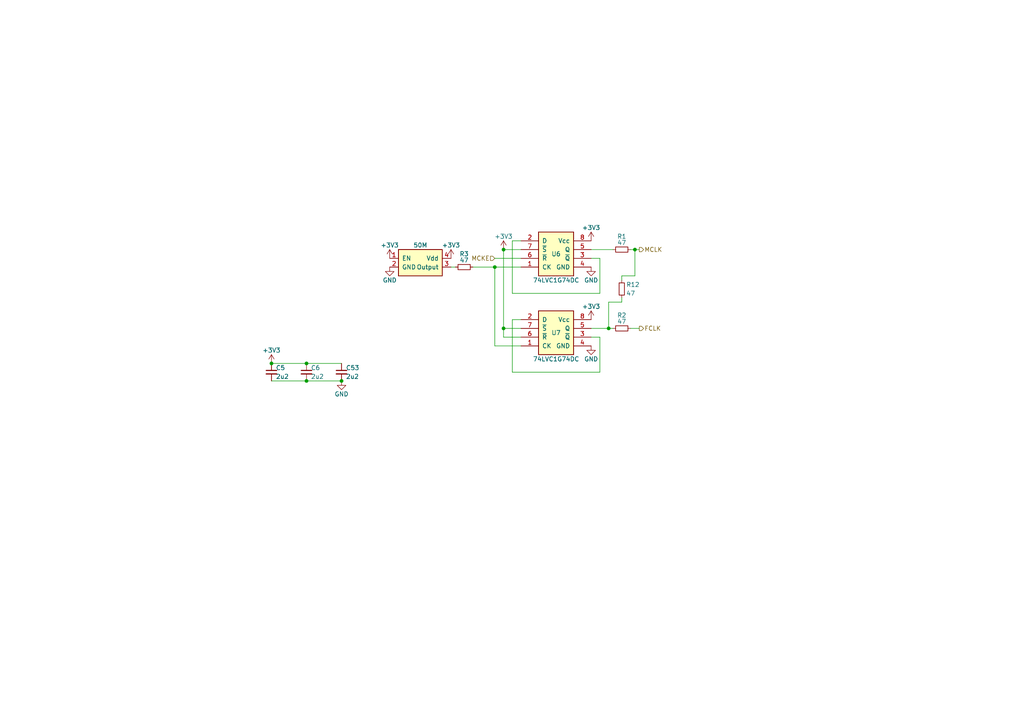
<source format=kicad_sch>
(kicad_sch (version 20230121) (generator eeschema)
  (paper "A4")
  (lib_symbols
    (symbol "Device:C_Small" (pin_numbers hide) (pin_names (offset 0.254) hide)
      (property "Reference" "C" (at 0.254 1.778 0))
      (property "Value" "C_Small" (at 0.254 -2.032 0))
      (symbol "C_Small_0_1"
        (polyline (pts (xy -1.524 -0.508) (xy 1.524 -0.508)) (stroke (width 0.3302)))
        (polyline (pts (xy -1.524 0.508) (xy 1.524 0.508)) (stroke (width 0.3048)))
      )
      (symbol "C_Small_1_1"
        (pin passive line (at 0 2.54 270) (length 2.032) (name "~") (number "1"))
        (pin passive line (at 0 -2.54 90) (length 2.032) (name "~") (number "2"))
      )
    )
    (symbol "Device:R_Small" (pin_numbers hide) (pin_names (offset 0.254) hide)
      (property "Reference" "R" (at 0.762 0.508 0))
      (property "Value" "R_Small" (at 0.762 -1.016 0))
      (symbol "R_Small_0_1"
        (rectangle (start -0.762 1.778) (end 0.762 -1.778) (stroke (width 0.2032)))
      )
      (symbol "R_Small_1_1"
        (pin passive line (at 0 2.54 270) (length 0.762) (name "~") (number "1"))
        (pin passive line (at 0 -2.54 90) (length 0.762) (name "~") (number "2"))
      )
    )
    (symbol "GW_Logic:741G74DC" (pin_names (offset 1.016))
      (property "Reference" "U" (at 0 7.62 0))
      (property "Value" "741G74DC" (at 0 -7.62 0))
      (symbol "741G74DC_0_1"
        (rectangle (start 5.08 -6.35) (end -5.08 6.35) (stroke (width 0.254)) (fill (type background)))
      )
      (symbol "741G74DC_1_1"
        (pin input line (at -10.16 -3.81 0) (length 5.08) (name "CK") (number "1"))
        (pin input line (at -10.16 3.81 0) (length 5.08) (name "D") (number "2"))
        (pin output line (at 10.16 -1.27 180) (length 5.08) (name "~{Q}") (number "3"))
        (pin power_in line (at 10.16 -3.81 180) (length 5.08) (name "GND") (number "4"))
        (pin output line (at 10.16 1.27 180) (length 5.08) (name "Q") (number "5"))
        (pin input line (at -10.16 -1.27 0) (length 5.08) (name "~{R}") (number "6"))
        (pin input line (at -10.16 1.27 0) (length 5.08) (name "~{S}") (number "7"))
        (pin power_in line (at 10.16 3.81 180) (length 5.08) (name "Vcc") (number "8"))
      )
    )
    (symbol "GW_Logic:Oscillator_4P" (pin_names (offset 1.016))
      (property "Reference" "U" (at 0 6.35 0))
      (property "Value" "Oscillator_4P" (at 0 -3.81 0))
      (symbol "Oscillator_4P_0_1"
        (rectangle (start -6.35 5.08) (end 6.35 -2.54) (stroke (width 0.254)) (fill (type background)))
      )
      (symbol "Oscillator_4P_1_1"
        (pin input line (at -8.89 2.54 0) (length 2.54) (name "EN") (number "1"))
        (pin power_in line (at -8.89 0 0) (length 2.54) (name "GND") (number "2"))
        (pin output line (at 8.89 0 180) (length 2.54) (name "Output") (number "3"))
        (pin power_in line (at 8.89 2.54 180) (length 2.54) (name "Vdd") (number "4"))
      )
    )
    (symbol "power:+3V3" (power) (pin_names (offset 0))
      (property "Value" "+3V3" (at 0 3.556 0))
      (symbol "+3V3_0_1"
        (polyline (pts (xy -0.762 1.27) (xy 0 2.54)))
        (polyline (pts (xy 0 0) (xy 0 2.54)))
        (polyline (pts (xy 0 2.54) (xy 0.762 1.27)))
      )
      (symbol "+3V3_1_1"
        (pin power_in line (at 0 0 90) (length 0) hide (name "+3V3") (number "1"))
      )
    )
    (symbol "power:GND" (power) (pin_names (offset 0))
      (property "Value" "GND" (at 0 -3.81 0))
      (symbol "GND_0_1"
        (polyline (pts (xy 0 0) (xy 0 -1.27) (xy 1.27 -1.27) (xy 0 -2.54) (xy -1.27 -1.27) (xy 0 -1.27)))
      )
      (symbol "GND_1_1"
        (pin power_in line (at 0 0 270) (length 0) hide (name "GND") (number "1"))
      )
    )
  )
  (junction (at 88.9 105.41))
  (junction (at 146.05 95.25))
  (junction (at 184.15 72.39))
  (junction (at 143.51 77.47))
  (junction (at 176.53 95.25))
  (junction (at 146.05 72.39))
  (junction (at 99.06 110.49))
  (junction (at 88.9 110.49))
  (junction (at 78.74 105.41))
  (wire (pts (xy 177.8 72.39) (xy 171.45 72.39)))
  (wire (pts (xy 148.59 92.71) (xy 148.59 107.95)))
  (wire (pts (xy 143.51 100.33) (xy 151.13 100.33)))
  (wire (pts (xy 171.45 95.25) (xy 176.53 95.25)))
  (wire (pts (xy 143.51 74.93) (xy 151.13 74.93)))
  (wire (pts (xy 78.74 110.49) (xy 88.9 110.49)))
  (wire (pts (xy 180.34 80.01) (xy 184.15 80.01)))
  (wire (pts (xy 180.34 87.63) (xy 180.34 86.36)))
  (wire (pts (xy 173.99 97.79) (xy 171.45 97.79)))
  (wire (pts (xy 146.05 97.79) (xy 146.05 95.25)))
  (wire (pts (xy 151.13 69.85) (xy 148.59 69.85)))
  (wire (pts (xy 151.13 92.71) (xy 148.59 92.71)))
  (wire (pts (xy 146.05 72.39) (xy 146.05 95.25)))
  (wire (pts (xy 184.15 72.39) (xy 185.42 72.39)))
  (wire (pts (xy 148.59 107.95) (xy 173.99 107.95)))
  (wire (pts (xy 146.05 72.39) (xy 151.13 72.39)))
  (wire (pts (xy 173.99 85.09) (xy 173.99 74.93)))
  (wire (pts (xy 88.9 110.49) (xy 99.06 110.49)))
  (wire (pts (xy 180.34 80.01) (xy 180.34 81.28)))
  (wire (pts (xy 176.53 95.25) (xy 177.8 95.25)))
  (wire (pts (xy 176.53 87.63) (xy 176.53 95.25)))
  (wire (pts (xy 78.74 105.41) (xy 88.9 105.41)))
  (wire (pts (xy 176.53 87.63) (xy 180.34 87.63)))
  (wire (pts (xy 146.05 97.79) (xy 151.13 97.79)))
  (wire (pts (xy 88.9 105.41) (xy 99.06 105.41)))
  (wire (pts (xy 182.88 95.25) (xy 185.42 95.25)))
  (wire (pts (xy 182.88 72.39) (xy 184.15 72.39)))
  (wire (pts (xy 143.51 77.47) (xy 151.13 77.47)))
  (wire (pts (xy 143.51 77.47) (xy 143.51 100.33)))
  (wire (pts (xy 146.05 95.25) (xy 151.13 95.25)))
  (wire (pts (xy 184.15 72.39) (xy 184.15 80.01)))
  (wire (pts (xy 148.59 69.85) (xy 148.59 85.09)))
  (wire (pts (xy 132.08 77.47) (xy 130.81 77.47)))
  (wire (pts (xy 137.16 77.47) (xy 143.51 77.47)))
  (wire (pts (xy 173.99 107.95) (xy 173.99 97.79)))
  (wire (pts (xy 148.59 85.09) (xy 173.99 85.09)))
  (wire (pts (xy 173.99 74.93) (xy 171.45 74.93)))
  (hierarchical_label "MCKE" (shape input) (at 143.51 74.93 180))
  (hierarchical_label "FCLK" (shape output) (at 185.42 95.25 0))
  (hierarchical_label "MCLK" (shape output) (at 185.42 72.39 0))
  (symbol (lib_id "Device:C_Small") (at 78.74 107.95 0) (unit 1)
    (property "Reference" "C5" (at 80.01 106.68 0) (effects (justify left)))
    (property "Value" "2u2" (at 80.01 109.22 0) (effects (justify left)))
    (property "Footprint" "stdpads:C_0603" (effects hide))
    (property "LCSC Part" "C23630" (effects hide))
  )
  (symbol (lib_id "power:+3V3") (at 78.74 105.41 0) (unit 1)
    (property "Reference" "#PWR0122" (effects hide))
    (property "Value" "+3V3" (at 78.74 101.6 0))
  )
  (symbol (lib_id "Device:C_Small") (at 88.9 107.95 0) (unit 1)
    (property "Reference" "C6" (at 90.17 106.68 0) (effects (justify left)))
    (property "Value" "2u2" (at 90.17 109.22 0) (effects (justify left)))
    (property "Footprint" "stdpads:C_0603" (effects hide))
    (property "LCSC Part" "C23630" (effects hide))
  )
  (symbol (lib_id "Device:R_Small") (at 180.34 72.39 270) (unit 1)
    (property "Reference" "R1" (at 180.34 68.58 90))
    (property "Value" "47" (at 180.34 71.12 90) (effects (justify bottom)))
    (property "Footprint" "stdpads:R_0603" (effects hide))
    (property "LCSC Part" "C23182" (effects hide))
  )
  (symbol (lib_id "Device:R_Small") (at 180.34 95.25 270) (unit 1)
    (property "Reference" "R2" (at 180.34 91.44 90))
    (property "Value" "47" (at 180.34 93.98 90) (effects (justify bottom)))
    (property "Footprint" "stdpads:R_0603" (effects hide))
    (property "LCSC Part" "C23182" (effects hide))
  )
  (symbol (lib_id "power:GND") (at 113.03 77.47 0) (mirror y) (unit 1)
    (property "Reference" "#PWR0114" (effects hide))
    (property "Value" "GND" (at 113.03 81.28 0))
  )
  (symbol (lib_id "power:+3V3") (at 130.81 74.93 0) (mirror y) (unit 1)
    (property "Reference" "#PWR0116" (effects hide))
    (property "Value" "+3V3" (at 130.81 71.12 0))
  )
  (symbol (lib_id "GW_Logic:Oscillator_4P") (at 121.92 77.47 0) (unit 1)
    (property "Reference" "U5" (effects hide))
    (property "Value" "50M" (at 121.92 71.12 0))
    (property "Footprint" "stdpads:Crystal_SMD_3225-4Pin_3.2x2.5mm" (effects hide))
    (property "LCSC Part" "C32526" (effects hide))
  )
  (symbol (lib_id "GW_Logic:741G74DC") (at 161.29 96.52 0) (unit 1)
    (property "Reference" "U7" (at 161.29 96.52 0))
    (property "Value" "74LVC1G74DC" (at 161.29 104.14 0))
    (property "Footprint" "stdpads:NXP_VSSOP-8_2.3x2mm" (effects hide))
  )
  (symbol (lib_id "Device:C_Small") (at 99.06 107.95 0) (unit 1)
    (property "Reference" "C53" (at 100.33 106.68 0) (effects (justify left)))
    (property "Value" "2u2" (at 100.33 109.22 0) (effects (justify left)))
    (property "Footprint" "stdpads:C_0603" (effects hide))
    (property "LCSC Part" "C23630" (effects hide))
  )
  (symbol (lib_id "Device:R_Small") (at 180.34 83.82 180) (unit 1)
    (property "Reference" "R12" (at 181.61 82.55 0) (effects (justify right)))
    (property "Value" "47" (at 181.61 85.09 0) (effects (justify right)))
    (property "Footprint" "stdpads:R_0603" (effects hide))
    (property "LCSC Part" "C23182" (effects hide))
  )
  (symbol (lib_id "power:GND") (at 171.45 100.33 0) (unit 1)
    (property "Reference" "#PWR03" (effects hide))
    (property "Value" "GND" (at 171.45 104.14 0))
  )
  (symbol (lib_id "power:+3V3") (at 113.03 74.93 0) (mirror y) (unit 1)
    (property "Reference" "#PWR014" (effects hide))
    (property "Value" "+3V3" (at 113.03 71.12 0))
  )
  (symbol (lib_id "power:GND") (at 171.45 77.47 0) (unit 1)
    (property "Reference" "#PWR01" (effects hide))
    (property "Value" "GND" (at 171.45 81.28 0))
  )
  (symbol (lib_id "power:+3V3") (at 171.45 92.71 0) (unit 1)
    (property "Reference" "#PWR011" (effects hide))
    (property "Value" "+3V3" (at 171.45 88.9 0))
  )
  (symbol (lib_id "GW_Logic:741G74DC") (at 161.29 73.66 0) (unit 1)
    (property "Reference" "U6" (at 161.29 73.66 0))
    (property "Value" "74LVC1G74DC" (at 161.29 81.28 0))
    (property "Footprint" "stdpads:NXP_VSSOP-8_2.3x2mm" (effects hide))
  )
  (symbol (lib_id "power:GND") (at 99.06 110.49 0) (mirror y) (unit 1)
    (property "Reference" "#PWR015" (effects hide))
    (property "Value" "GND" (at 99.06 114.3 0))
  )
  (symbol (lib_id "Device:R_Small") (at 134.62 77.47 270) (unit 1)
    (property "Reference" "R3" (at 134.62 73.66 90))
    (property "Value" "47" (at 134.62 76.2 90) (effects (justify bottom)))
    (property "Footprint" "stdpads:R_0603" (effects hide))
    (property "LCSC Part" "C23182" (effects hide))
  )
  (symbol (lib_id "power:+3V3") (at 146.05 72.39 0) (unit 1)
    (property "Reference" "#PWR012" (effects hide))
    (property "Value" "+3V3" (at 146.05 68.58 0))
  )
  (symbol (lib_id "power:+3V3") (at 171.45 69.85 0) (unit 1)
    (property "Reference" "#PWR05" (effects hide))
    (property "Value" "+3V3" (at 171.45 66.04 0))
  )
)
</source>
